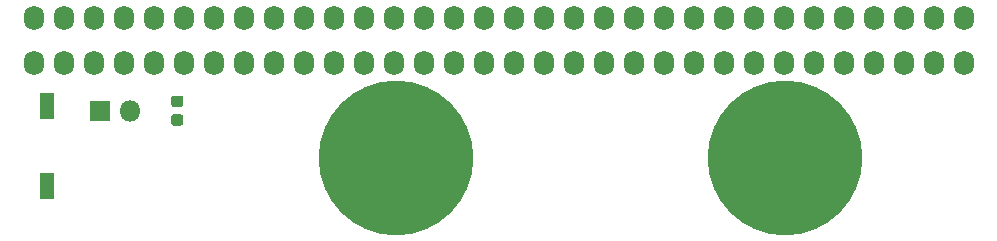
<source format=gbr>
%TF.GenerationSoftware,KiCad,Pcbnew,(5.1.6)-1*%
%TF.CreationDate,2021-12-11T15:19:36-08:00*%
%TF.ProjectId,PCB,5043422e-6b69-4636-9164-5f7063625858,rev?*%
%TF.SameCoordinates,Original*%
%TF.FileFunction,Soldermask,Top*%
%TF.FilePolarity,Negative*%
%FSLAX46Y46*%
G04 Gerber Fmt 4.6, Leading zero omitted, Abs format (unit mm)*
G04 Created by KiCad (PCBNEW (5.1.6)-1) date 2021-12-11 15:19:36*
%MOMM*%
%LPD*%
G01*
G04 APERTURE LIST*
%ADD10C,13.100000*%
%ADD11O,1.800000X1.800000*%
%ADD12R,1.800000X1.800000*%
%ADD13O,1.700000X2.100000*%
%ADD14R,1.220000X2.260000*%
G04 APERTURE END LIST*
D10*
%TO.C, *%
X116500000Y-81000000D03*
%TD*%
%TO.C, *%
X149500000Y-81000000D03*
%TD*%
D11*
%TO.C,JP1*%
X94040000Y-77000000D03*
D12*
X91500000Y-77000000D03*
%TD*%
D13*
%TO.C,J1*%
X164600000Y-69155000D03*
X164600000Y-72965000D03*
X162060000Y-69155000D03*
X162060000Y-72965000D03*
X159520000Y-69155000D03*
X159520000Y-72965000D03*
X156980000Y-69155000D03*
X156980000Y-72965000D03*
X154440000Y-69155000D03*
X154440000Y-72965000D03*
X151900000Y-69155000D03*
X151900000Y-72965000D03*
X149360000Y-69155000D03*
X149360000Y-72965000D03*
X146820000Y-69155000D03*
X146820000Y-72965000D03*
X144280000Y-69155000D03*
X144280000Y-72965000D03*
X141740000Y-69155000D03*
X141740000Y-72965000D03*
X139200000Y-69155000D03*
X139200000Y-72965000D03*
X136660000Y-69155000D03*
X136660000Y-72965000D03*
X134120000Y-69155000D03*
X134120000Y-72965000D03*
X131580000Y-69155000D03*
X131580000Y-72965000D03*
X129040000Y-69155000D03*
X129040000Y-72965000D03*
X126500000Y-69155000D03*
X126500000Y-72965000D03*
X123960000Y-69155000D03*
X123960000Y-72965000D03*
X121420000Y-69155000D03*
X121420000Y-72965000D03*
X118880000Y-69155000D03*
X118880000Y-72965000D03*
X116340000Y-69155000D03*
X116340000Y-72965000D03*
X113800000Y-69155000D03*
X113800000Y-72965000D03*
X111260000Y-69155000D03*
X111260000Y-72965000D03*
X108720000Y-69155000D03*
X108720000Y-72965000D03*
X106180000Y-69155000D03*
X106180000Y-72965000D03*
X103640000Y-69155000D03*
X103640000Y-72965000D03*
X101100000Y-69155000D03*
X101100000Y-72965000D03*
X98560000Y-69155000D03*
X98560000Y-72965000D03*
X96020000Y-69155000D03*
X96020000Y-72965000D03*
X93480000Y-69155000D03*
X93480000Y-72965000D03*
X90940000Y-69155000D03*
X90940000Y-72965000D03*
X88400000Y-69155000D03*
X88400000Y-72965000D03*
X85860000Y-69155000D03*
X85860000Y-72965000D03*
%TD*%
D14*
%TO.C,SW1*%
X87000000Y-76635000D03*
X87000000Y-83365000D03*
%TD*%
%TO.C,R1*%
G36*
G01*
X98281250Y-76700000D02*
X97718750Y-76700000D01*
G75*
G02*
X97475000Y-76456250I0J243750D01*
G01*
X97475000Y-75968750D01*
G75*
G02*
X97718750Y-75725000I243750J0D01*
G01*
X98281250Y-75725000D01*
G75*
G02*
X98525000Y-75968750I0J-243750D01*
G01*
X98525000Y-76456250D01*
G75*
G02*
X98281250Y-76700000I-243750J0D01*
G01*
G37*
G36*
G01*
X98281250Y-78275000D02*
X97718750Y-78275000D01*
G75*
G02*
X97475000Y-78031250I0J243750D01*
G01*
X97475000Y-77543750D01*
G75*
G02*
X97718750Y-77300000I243750J0D01*
G01*
X98281250Y-77300000D01*
G75*
G02*
X98525000Y-77543750I0J-243750D01*
G01*
X98525000Y-78031250D01*
G75*
G02*
X98281250Y-78275000I-243750J0D01*
G01*
G37*
%TD*%
M02*

</source>
